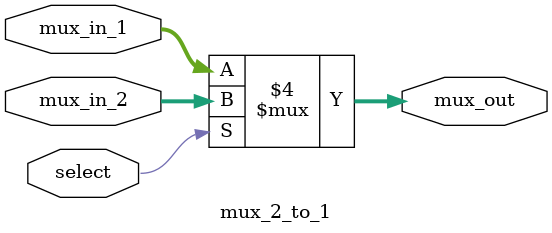
<source format=v>
module mux_2_to_1 (
  input select,
  input wire[31:0] mux_in_1, 
  input wire [31:0] mux_in_2,
  output wire [31:0] mux_out
);

always @(*) begin
  if(select == 1'b1)
    mux_out = mux_in_2;
  else
    mux_out = mux_in_1;

end
  
endmodule
</source>
